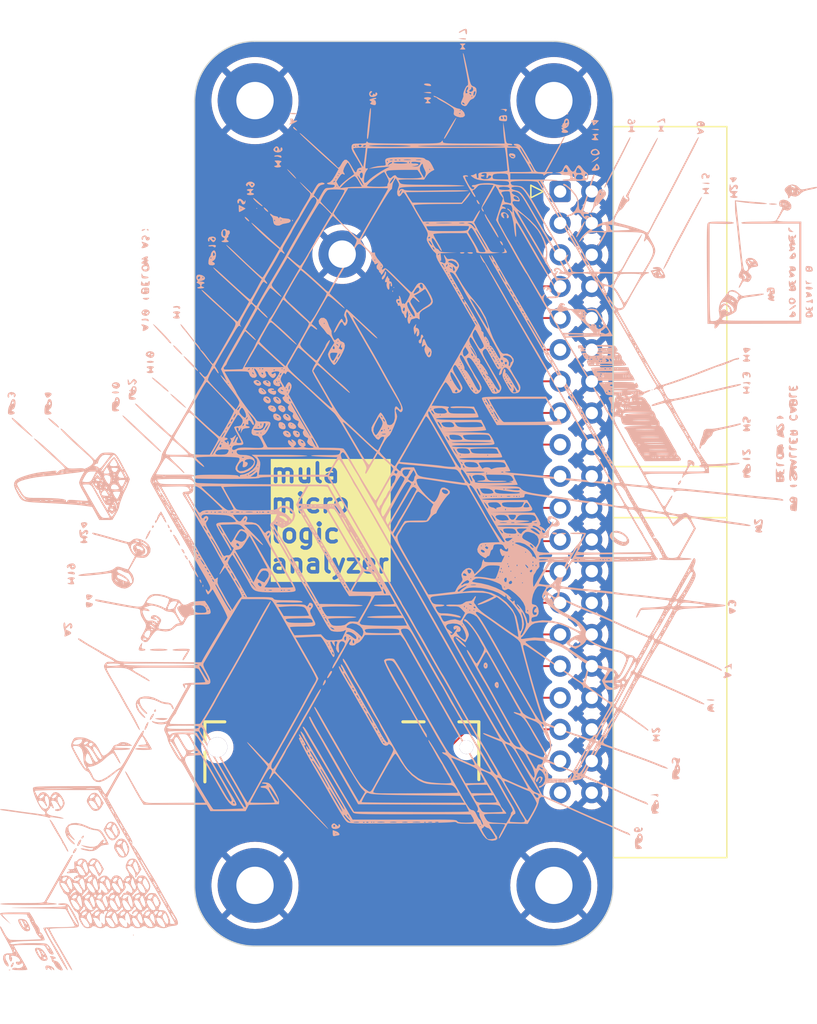
<source format=kicad_pcb>
(kicad_pcb (version 20221018) (generator pcbnew)
  (layers (0 "F.Cu" signal) (1 "In1.Cu" signal) (2 "In2.Cu" signal) (31 "B.Cu" signal) (34 "B.Paste" user) (35 "F.Paste" user) (36 "B.SilkS" user "B.Silkscreen") (37 "F.SilkS" user "F.Silkscreen") (38 "B.Mask" user) (39 "F.Mask" user) (44 "Edge.Cuts" user))
  (net 0 "")
  (net 25 "/IO0")
  (net 26 "GND")
  (net 27 "/IO1")
  (net 28 "/IO2")
  (net 29 "/IO3")
  (net 30 "/IO4")
  (net 31 "/IO5")
  (net 32 "/IO6")
  (net 33 "/IO7")
  (net 34 "/IO8")
  (net 35 "/IO9")
  (net 36 "/IO10")
  (net 37 "/IO11")
  (net 38 "/IO12")
  (net 39 "/IO13")
  (net 40 "/IO14")
  (net 41 "/IO15")
  (footprint "MountingHole:MountingHole_3mm_Pad" (layer "F.Cu") (at 127.45 107.75)
    (fp_text reference "H104" hide)
    (fp_text value "M3")
  )
  (footprint "MountingHole:MountingHole_3mm_Pad" (layer "F.Cu") (at 151.45 44.75)
    (fp_text reference "H102" hide)
    (fp_text value "M3")
  )
  (footprint "easyeda2kicad:CONN-SMD_NXSB0-S67XX-XXH4" (layer "F.Cu") (at 134.425 98.15 180)
    (fp_text reference "CN101" hide)
    (fp_text value "NASB0-S6701-TPH4")
  )
  (footprint "Connector_IDC:IDC-Header_2x20_P2.54mm_Horizontal" (layer "F.Cu") (at 151.95 52.05)
    (fp_text reference "J101" hide)
    (fp_text value "HP_PROBE")
  )
  (footprint "kibuzzard-64C862C8" (layer "F.Cu") (at 139.65 44.85)
    (fp_text reference "kibuzzard-64C862C8" hide)
    (fp_text value "G***" hide)
  )
  (footprint "MountingHole:MountingHole_3mm_Pad" (layer "F.Cu") (at 151.45 107.75)
    (fp_text reference "H103" hide)
    (fp_text value "M3")
  )
  (footprint "MountingHole:MountingHole_2.2mm_M2_DIN965_Pad" (layer "F.Cu") (at 134.45 57.075)
    (fp_text reference "H105" hide)
    (fp_text value "M2")
  )
  (footprint "MountingHole:MountingHole_3mm_Pad" (layer "F.Cu") (at 127.45 44.75)
    (fp_text reference "H101" hide)
    (fp_text value "M3")
  )
  (footprint "kibuzzard-64C85072" (layer "F.Cu") (at 139.5 108.975)
    (fp_text reference "kibuzzard-64C85072" hide)
    (fp_text value "G***" hide)
  )
  (footprint "LOGO" (layer "B.Cu") (at 139.825 76.475 90)
    (fp_text reference "G***" hide)
    (fp_text value "LOGO" hide)
  )
  (gr_line (start 127.427338 39.997346) (end 151.377338 39.997346) (stroke (width 0.1)) (layer "Edge.Cuts"))
  (gr_arc (start 122.601011 44.823673) (mid 124.014629 41.410962) (end 127.427338 39.997346) (stroke (width 0.1)) (layer "Edge.Cuts"))
  (gr_arc (start 127.427338 112.626327) (mid 124.014609 111.212729) (end 122.601011 107.8) (stroke (width 0.1)) (layer "Edge.Cuts"))
  (gr_line (start 122.601011 107.8) (end 122.601011 44.823673) (stroke (width 0.1)) (layer "Edge.Cuts"))
  (gr_arc (start 156.203665 107.8) (mid 154.790067 111.212729) (end 151.377338 112.626327) (stroke (width 0.1)) (layer "Edge.Cuts"))
  (gr_line (start 127.427338 112.626327) (end 151.377338 112.626327) (stroke (width 0.1)) (layer "Edge.Cuts"))
  (gr_arc (start 151.377338 39.997346) (mid 154.790052 41.410956) (end 156.203665 44.823673) (stroke (width 0.1)) (layer "Edge.Cuts"))
  (gr_line (start 156.203665 44.823673) (end 156.203665 107.8) (stroke (width 0.1)) (layer "Edge.Cuts"))
  (gr_text "mula\nmicro\nlogic\nanalyzer" (at 128.55 82.775) (layer "F.SilkS" knockout) (effects (font (size 1.5 1.5) (thickness 0.3) bold) (justify left bottom)))
  (segment (start 135.845 96.325) (end 138.775 96.325) (width 0.15) (layer "F.Cu") (net 25))
  (segment (start 139.3 95.8) (end 139.3 64.975) (width 0.15) (layer "F.Cu") (net 25))
  (segment (start 131.175 100.995) (end 135.845 96.325) (width 0.15) (layer "F.Cu") (net 25))
  (segment (start 138.775 96.325) (end 139.3 95.8) (width 0.15) (layer "F.Cu") (net 25))
  (segment (start 139.3 64.975) (end 144.61 59.665) (width 0.15) (layer "F.Cu") (net 25))
  (segment (start 131.175 101.92) (end 131.175 100.995) (width 0.15) (layer "F.Cu") (net 25))
  (segment (start 151.945 59.665) (end 151.95 59.67) (width 0.15) (layer "F.Cu") (net 25))
  (segment (start 144.61 59.665) (end 151.945 59.665) (width 0.15) (layer "F.Cu") (net 25))
  (segment (start 138.878554 96.575) (end 139.55 95.903553) (width 0.15) (layer "F.Cu") (net 27))
  (segment (start 145.073554 62.205) (end 151.945 62.205) (width 0.15) (layer "F.Cu") (net 27))
  (segment (start 139.55 67.728554) (end 145.073554 62.205) (width 0.15) (layer "F.Cu") (net 27))
  (segment (start 139.55 95.903553) (end 139.55 67.728554) (width 0.15) (layer "F.Cu") (net 27))
  (segment (start 136.095 96.575) (end 138.878554 96.575) (width 0.15) (layer "F.Cu") (net 27))
  (segment (start 151.945 62.205) (end 151.95 62.21) (width 0.15) (layer "F.Cu") (net 27))
  (segment (start 131.675 100.995) (end 136.095 96.575) (width 0.15) (layer "F.Cu") (net 27))
  (segment (start 131.675 101.92) (end 131.675 100.995) (width 0.15) (layer "F.Cu") (net 27))
  (segment (start 132.175 101.92) (end 132.175 100.995) (width 0.15) (layer "F.Cu") (net 28))
  (segment (start 136.345 96.825) (end 138.982108 96.825) (width 0.15) (layer "F.Cu") (net 28))
  (segment (start 144.08 64.745) (end 151.945 64.745) (width 0.15) (layer "F.Cu") (net 28))
  (segment (start 139.8 96.007106) (end 139.8 69.025) (width 0.15) (layer "F.Cu") (net 28))
  (segment (start 132.175 100.995) (end 136.345 96.825) (width 0.15) (layer "F.Cu") (net 28))
  (segment (start 151.945 64.745) (end 151.95 64.75) (width 0.15) (layer "F.Cu") (net 28))
  (segment (start 139.8 69.025) (end 144.08 64.745) (width 0.15) (layer "F.Cu") (net 28))
  (segment (start 138.982108 96.825) (end 139.8 96.007106) (width 0.15) (layer "F.Cu") (net 28))
  (segment (start 132.675 100.995) (end 136.595 97.075) (width 0.15) (layer "F.Cu") (net 29))
  (segment (start 140.05 96.110659) (end 140.05 71.8) (width 0.15) (layer "F.Cu") (net 29))
  (segment (start 136.595 97.075) (end 139.085662 97.074999) (width 0.15) (layer "F.Cu") (net 29))
  (segment (start 132.675 101.92) (end 132.675 100.995) (width 0.15) (layer "F.Cu") (net 29))
  (segment (start 144.565 67.285) (end 151.945 67.285) (width 0.15) (layer "F.Cu") (net 29))
  (segment (start 140.05 71.8) (end 144.565 67.285) (width 0.15) (layer "F.Cu") (net 29))
  (segment (start 139.085662 97.074999) (end 140.05 96.110659) (width 0.15) (layer "F.Cu") (net 29))
  (segment (start 151.945 67.285) (end 151.95 67.29) (width 0.15) (layer "F.Cu") (net 29))
  (segment (start 144.65 69.825) (end 151.945 69.825) (width 0.15) (layer "F.Cu") (net 30))
  (segment (start 136.845 97.325) (end 139.189216 97.324999) (width 0.15) (layer "F.Cu") (net 30))
  (segment (start 133.175 100.995) (end 136.845 97.325) (width 0.15) (layer "F.Cu") (net 30))
  (segment (start 140.3 74.175) (end 144.65 69.825) (width 0.15) (layer "F.Cu") (net 30))
  (segment (start 151.945 69.825) (end 151.95 69.83) (width 0.15) (layer "F.Cu") (net 30))
  (segment (start 133.175 101.92) (end 133.175 100.995) (width 0.15) (layer "F.Cu") (net 30))
  (segment (start 139.189216 97.324999) (end 140.3 96.214212) (width 0.15) (layer "F.Cu") (net 30))
  (segment (start 140.3 96.214212) (end 140.3 74.175) (width 0.15) (layer "F.Cu") (net 30))
  (segment (start 140.55 76.475) (end 144.66 72.365) (width 0.15) (layer "F.Cu") (net 31))
  (segment (start 133.675 101.92) (end 133.675 100.995) (width 0.15) (layer "F.Cu") (net 31))
  (segment (start 137.095 97.575) (end 139.29277 97.574998) (width 0.15) (layer "F.Cu") (net 31))
  (segment (start 139.29277 97.574998) (end 140.55 96.317765) (width 0.15) (layer "F.Cu") (net 31))
  (segment (start 140.55 96.317765) (end 140.55 76.475) (width 0.15) (layer "F.Cu") (net 31))
  (segment (start 133.675 100.995) (end 137.095 97.575) (width 0.15) (layer "F.Cu") (net 31))
  (segment (start 151.945 72.365) (end 151.95 72.37) (width 0.15) (layer "F.Cu") (net 31))
  (segment (start 144.66 72.365) (end 151.945 72.365) (width 0.15) (layer "F.Cu") (net 31))
  (segment (start 143.995 74.905) (end 151.945 74.905) (width 0.15) (layer "F.Cu") (net 32))
  (segment (start 134.175 101.92) (end 134.175 100.995) (width 0.15) (layer "F.Cu") (net 32))
  (segment (start 140.8 96.421318) (end 140.8 78.1) (width 0.15) (layer "F.Cu") (net 32))
  (segment (start 137.345 97.825) (end 139.396324 97.824997) (width 0.15) (layer "F.Cu") (net 32))
  (segment (start 151.945 74.905) (end 151.95 74.91) (width 0.15) (layer "F.Cu") (net 32))
  (segment (start 134.175 100.995) (end 137.345 97.825) (width 0.15) (layer "F.Cu") (net 32))
  (segment (start 140.8 78.1) (end 143.995 74.905) (width 0.15) (layer "F.Cu") (net 32))
  (segment (start 139.396324 97.824997) (end 140.8 96.421318) (width 0.15) (layer "F.Cu") (net 32))
  (segment (start 141.05 96.524871) (end 141.05 80.55) (width 0.15) (layer "F.Cu") (net 33))
  (segment (start 134.675 101.92) (end 134.675 100.995) (width 0.15) (layer "F.Cu") (net 33))
  (segment (start 137.595 98.075) (end 139.499878 98.074997) (width 0.15) (layer "F.Cu") (net 33))
  (segment (start 144.155 77.445) (end 151.945 77.445) (width 0.15) (layer "F.Cu") (net 33))
  (segment (start 134.675 100.995) (end 137.595 98.075) (width 0.15) (layer "F.Cu") (net 33))
  (segment (start 151.945 77.445) (end 151.95 77.45) (width 0.15) (layer "F.Cu") (net 33))
  (segment (start 139.499878 98.074997) (end 139.974871 97.6) (width 0.15) (layer "F.Cu") (net 33))
  (segment (start 139.974871 97.6) (end 141.05 96.524871) (width 0.15) (layer "F.Cu") (net 33))
  (segment (start 141.05 80.55) (end 144.155 77.445) (width 0.15) (layer "F.Cu") (net 33))
  (segment (start 148.135 80.115) (end 151.825 80.115) (width 0.15) (layer "F.Cu") (net 34))
  (segment (start 137.845001 98.324999) (end 139.603432 98.324996) (width 0.15) (layer "F.Cu") (net 34))
  (segment (start 142.35 96.7) (end 145.025 94.025) (width 0.15) (layer "F.Cu") (net 34))
  (segment (start 145.025 83.225) (end 148.135 80.115) (width 0.15) (layer "F.Cu") (net 34))
  (segment (start 141.228428 96.7) (end 142.35 96.7) (width 0.15) (layer "F.Cu") (net 34))
  (segment (start 139.603432 98.324996) (end 141.228428 96.7) (width 0.15) (layer "F.Cu") (net 34))
  (segment (start 145.025 94.025) (end 145.025 83.225) (width 0.15) (layer "F.Cu") (net 34))
  (segment (start 135.175 100.995) (end 137.845001 98.324999) (width 0.15) (layer "F.Cu") (net 34))
  (segment (start 135.175 101.92) (end 135.175 100.995) (width 0.15) (layer "F.Cu") (net 34))
  (segment (start 151.825 80.115) (end 151.95 79.99) (width 0.15) (layer "F.Cu") (net 34))
  (segment (start 145.275 94.128553) (end 145.275 85.5) (width 0.15) (layer "F.Cu") (net 35))
  (segment (start 139.706986 98.574996) (end 141.331982 96.95) (width 0.15) (layer "F.Cu") (net 35))
  (segment (start 145.275 85.5) (end 148.25 82.525) (width 0.15) (layer "F.Cu") (net 35))
  (segment (start 141.331982 96.95) (end 142.453554 96.95) (width 0.15) (layer "F.Cu") (net 35))
  (segment (start 148.25 82.525) (end 151.945 82.525) (width 0.15) (layer "F.Cu") (net 35))
  (segment (start 151.945 82.525) (end 151.95 82.53) (width 0.15) (layer "F.Cu") (net 35))
  (segment (start 138.095002 98.574998) (end 139.706986 98.574996) (width 0.15) (layer "F.Cu") (net 35))
  (segment (start 135.675 100.995) (end 138.095002 98.574998) (width 0.15) (layer "F.Cu") (net 35))
  (segment (start 135.675 101.92) (end 135.675 100.995) (width 0.15) (layer "F.Cu") (net 35))
  (segment (start 142.453554 96.95) (end 145.275 94.128553) (width 0.15) (layer "F.Cu") (net 35))
  (segment (start 141.435536 97.2) (end 142.557108 97.2) (width 0.15) (layer "F.Cu") (net 36))
  (segment (start 145.525 87.775) (end 148.235 85.065) (width 0.15) (layer "F.Cu") (net 36))
  (segment (start 136.175 101.92) (end 136.175 100.85) (width 0.15) (layer "F.Cu") (net 36))
  (segment (start 142.557108 97.2) (end 145.525 94.232106) (width 0.15) (layer "F.Cu") (net 36))
  (segment (start 145.525 94.232106) (end 145.525 87.775) (width 0.15) (layer "F.Cu") (net 36))
  (segment (start 136.175 100.85) (end 138.200002 98.824998) (width 0.15) (layer "F.Cu") (net 36))
  (segment (start 151.945 85.065) (end 151.95 85.07) (width 0.15) (layer "F.Cu") (net 36))
  (segment (start 148.235 85.065) (end 151.945 85.065) (width 0.15) (layer "F.Cu") (net 36))
  (segment (start 139.81054 98.824996) (end 141.435536 97.2) (width 0.15) (layer "F.Cu") (net 36))
  (segment (start 138.200002 98.824998) (end 139.81054 98.824996) (width 0.15) (layer "F.Cu") (net 36))
  (segment (start 139.914092 99.074998) (end 141.18909 97.8) (width 0.15) (layer "F.Cu") (net 37))
  (segment (start 145.775 97.235784) (end 145.775 90.075) (width 0.15) (layer "F.Cu") (net 37))
  (segment (start 138.595002 99.074998) (end 139.914092 99.074998) (width 0.15) (layer "F.Cu") (net 37))
  (segment (start 136.675 101.92) (end 136.675 100.995) (width 0.15) (layer "F.Cu") (net 37))
  (segment (start 145.775 90.075) (end 148.245 87.605) (width 0.15) (layer "F.Cu") (net 37))
  (segment (start 136.675 100.995) (end 138.595002 99.074998) (width 0.15) (layer "F.Cu") (net 37))
  (segment (start 151.945 87.605) (end 151.95 87.61) (width 0.15) (layer "F.Cu") (net 37))
  (segment (start 148.245 87.605) (end 151.945 87.605) (width 0.15) (layer "F.Cu") (net 37))
  (segment (start 145.210784 97.8) (end 145.775 97.235784) (width 0.15) (layer "F.Cu") (net 37))
  (segment (start 141.18909 97.8) (end 145.210784 97.8) (width 0.15) (layer "F.Cu") (net 37))
  (segment (start 138.845002 99.324998) (end 140.017646 99.324998) (width 0.15) (layer "F.Cu") (net 38))
  (segment (start 145.314338 98.05) (end 146.025 97.339338) (width 0.15) (layer "F.Cu") (net 38))
  (segment (start 141.292644 98.05) (end 145.314338 98.05) (width 0.15) (layer "F.Cu") (net 38))
  (segment (start 137.175 100.995) (end 138.845002 99.324998) (width 0.15) (layer "F.Cu") (net 38))
  (segment (start 137.175 101.92) (end 137.175 100.995) (width 0.15) (layer "F.Cu") (net 38))
  (segment (start 148.205 90.145) (end 151.945 90.145) (width 0.15) (layer "F.Cu") (net 38))
  (segment (start 146.025 92.325) (end 148.205 90.145) (width 0.15) (layer "F.Cu") (net 38))
  (segment (start 146.025 97.339338) (end 146.025 92.325) (width 0.15) (layer "F.Cu") (net 38))
  (segment (start 151.945 90.145) (end 151.95 90.15) (width 0.15) (layer "F.Cu") (net 38))
  (segment (start 140.017646 99.324998) (end 141.292644 98.05) (width 0.15) (layer "F.Cu") (net 38))
  (segment (start 148.19 92.685) (end 151.945 92.685) (width 0.15) (layer "F.Cu") (net 39))
  (segment (start 151.945 92.685) (end 151.95 92.69) (width 0.15) (layer "F.Cu") (net 39))
  (segment (start 146.275 97.442892) (end 146.275 94.6) (width 0.15) (layer "F.Cu") (net 39))
  (segment (start 137.675 100.85) (end 138.950002 99.574998) (width 0.15) (layer "F.Cu") (net 39))
  (segment (start 141.396198 98.3) (end 145.417892 98.3) (width 0.15) (layer "F.Cu") (net 39))
  (segment (start 146.275 94.6) (end 148.19 92.685) (width 0.15) (layer "F.Cu") (net 39))
  (segment (start 145.417892 98.3) (end 146.275 97.442892) (width 0.15) (layer "F.Cu") (net 39))
  (segment (start 137.675 101.92) (end 137.675 100.85) (width 0.15) (layer "F.Cu") (net 39))
  (segment (start 138.950002 99.574998) (end 140.1212 99.574998) (width 0.15) (layer "F.Cu") (net 39))
  (segment (start 140.1212 99.574998) (end 141.396198 98.3) (width 0.15) (layer "F.Cu") (net 39))
  (segment (start 138.175 100.995) (end 139.345002 99.824998) (width 0.15) (layer "F.Cu") (net 40))
  (segment (start 148.235662 95.225) (end 151.945 95.225) (width 0.15) (layer "F.Cu") (net 40))
  (segment (start 138.175 101.92) (end 138.175 100.995) (width 0.15) (layer "F.Cu") (net 40))
  (segment (start 141.499752 98.55) (end 145.521446 98.55) (width 0.15) (layer "F.Cu") (net 40))
  (segment (start 140.224754 99.824998) (end 141.499752 98.55) (width 0.15) (layer "F.Cu") (net 40))
  (segment (start 146.525003 96.935659) (end 148.235662 95.225) (width 0.15) (layer "F.Cu") (net 40))
  (segment (start 146.525003 97.546443) (end 146.525003 96.935659) (width 0.15) (layer "F.Cu") (net 40))
  (segment (start 145.521446 98.55) (end 146.525003 97.546443) (width 0.15) (layer "F.Cu") (net 40))
  (segment (start 139.345002 99.824998) (end 140.224754 99.824998) (width 0.15) (layer "F.Cu") (net 40))
  (segment (start 151.945 95.225) (end 151.95 95.23) (width 0.15) (layer "F.Cu") (net 40))
  (segment (start 151.945 97.765) (end 151.95 97.77) (width 0.15) (layer "F.Cu") (net 41))
  (segment (start 141.603306 98.8) (end 145.625 98.8) (width 0.15) (layer "F.Cu") (net 41))
  (segment (start 140.328308 100.074998) (end 141.603306 98.8) (width 0.15) (layer "F.Cu") (net 41))
  (segment (start 138.675 101.92) (end 138.675 100.95) (width 0.15) (layer "F.Cu") (net 41))
  (segment (start 138.675 100.95) (end 139.550001 100.074999) (width 0.15) (layer "F.Cu") (net 41))
  (segment (start 145.625 98.8) (end 146.66 97.765) (width 0.15) (layer "F.Cu") (net 41))
  (segment (start 146.66 97.765) (end 151.945 97.765) (width 0.15) (layer "F.Cu") (net 41))
  (segment (start 139.550001 100.074999) (end 140.328308 100.074998) (width 0.15) (layer "F.Cu") (net 41))
  (zone (net 26) (net_name "GND") (layers "F.Cu" "In1.Cu" "In2.Cu" "B.Cu") (connect_pads (clearance 0.5)) (min_thickness 0.25) (fill yes (thermal_gap 0.5) (thermal_bridge_width 0.5))
    (polygon (pts (xy 115.25 40.15) (xy 115.25 118.875) (xy 160.6 118.875) (xy 165.575 113.9) (xy 165.575 46.775) (xy 155.475 36.675) (xy 118.725 36.675)))
  )
)
</source>
